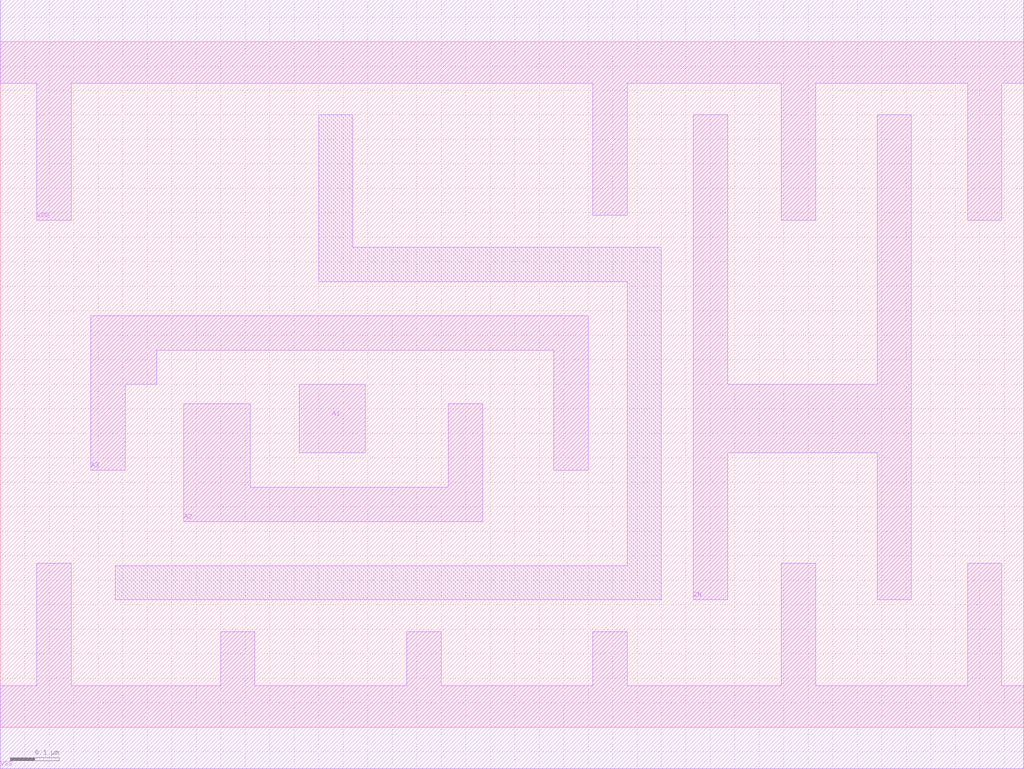
<source format=lef>
# 
# ******************************************************************************
# *                                                                            *
# *                   Copyright (C) 2004-2010, Nangate Inc.                    *
# *                           All rights reserved.                             *
# *                                                                            *
# * Nangate and the Nangate logo are trademarks of Nangate Inc.                *
# *                                                                            *
# * All trademarks, logos, software marks, and trade names (collectively the   *
# * "Marks") in this program are proprietary to Nangate or other respective    *
# * owners that have granted Nangate the right and license to use such Marks.  *
# * You are not permitted to use the Marks without the prior written consent   *
# * of Nangate or such third party that may own the Marks.                     *
# *                                                                            *
# * This file has been provided pursuant to a License Agreement containing     *
# * restrictions on its use. This file contains valuable trade secrets and     *
# * proprietary information of Nangate Inc., and is protected by U.S. and      *
# * international laws and/or treaties.                                        *
# *                                                                            *
# * The copyright notice(s) in this file does not indicate actual or intended  *
# * publication of this file.                                                  *
# *                                                                            *
# *     NGLibraryCreator, v2010.08-HR32-SP3-2010-08-05 - build 1009061800      *
# *                                                                            *
# ******************************************************************************
# 
# 
# Running on brazil06.nangate.com.br for user Giancarlo Franciscatto (gfr).
# Local time is now Fri, 3 Dec 2010, 19:32:18.
# Main process id is 27821.

VERSION 5.6 ;
BUSBITCHARS "[]" ;
DIVIDERCHAR "/" ;

MACRO OR3_X4
  CLASS core ;
  FOREIGN OR3_X4 0.0 0.0 ;
  ORIGIN 0 0 ;
  SYMMETRY X Y ;
  SITE FreePDK45_38x28_10R_NP_162NW_34O ;
  SIZE 2.09 BY 1.4 ;
  PIN A1
    DIRECTION INPUT ;
    ANTENNAPARTIALMETALAREA 0.0189 LAYER metal1 ;
    ANTENNAPARTIALMETALSIDEAREA 0.0715 LAYER metal1 ;
    ANTENNAGATEAREA 0.1045 ;
    PORT
      LAYER metal1 ;
        POLYGON 0.61 0.56 0.745 0.56 0.745 0.7 0.61 0.7  ;
    END
  END A1
  PIN A2
    DIRECTION INPUT ;
    ANTENNAPARTIALMETALAREA 0.07755 LAYER metal1 ;
    ANTENNAPARTIALMETALSIDEAREA 0.2652 LAYER metal1 ;
    ANTENNAGATEAREA 0.1045 ;
    PORT
      LAYER metal1 ;
        POLYGON 0.375 0.42 0.985 0.42 0.985 0.66 0.915 0.66 0.915 0.49 0.51 0.49 0.51 0.66 0.375 0.66  ;
    END
  END A2
  PIN A3
    DIRECTION INPUT ;
    ANTENNAPARTIALMETALAREA 0.1099 LAYER metal1 ;
    ANTENNAPARTIALMETALSIDEAREA 0.4095 LAYER metal1 ;
    ANTENNAGATEAREA 0.1045 ;
    PORT
      LAYER metal1 ;
        POLYGON 0.185 0.525 0.255 0.525 0.255 0.7 0.32 0.7 0.32 0.77 1.13 0.77 1.13 0.525 1.2 0.525 1.2 0.84 0.185 0.84  ;
    END
  END A3
  PIN ZN
    DIRECTION OUTPUT ;
    ANTENNAPARTIALMETALAREA 0.1813 LAYER metal1 ;
    ANTENNAPARTIALMETALSIDEAREA 0.5941 LAYER metal1 ;
    ANTENNADIFFAREA 0.297825 ;
    PORT
      LAYER metal1 ;
        POLYGON 1.415 0.26 1.485 0.26 1.485 0.56 1.79 0.56 1.79 0.26 1.86 0.26 1.86 1.25 1.79 1.25 1.79 0.7 1.485 0.7 1.485 1.25 1.415 1.25  ;
    END
  END ZN
  PIN VDD
    DIRECTION INOUT ;
    USE power ;
    SHAPE ABUTMENT ;
    PORT
      LAYER metal1 ;
        POLYGON 0 1.315 0.075 1.315 0.075 1.035 0.145 1.035 0.145 1.315 1.21 1.315 1.21 1.045 1.28 1.045 1.28 1.315 1.35 1.315 1.595 1.315 1.595 1.035 1.665 1.035 1.665 1.315 1.975 1.315 1.975 1.035 2.045 1.035 2.045 1.315 2.09 1.315 2.09 1.485 1.35 1.485 0 1.485  ;
    END
  END VDD
  PIN VSS
    DIRECTION INOUT ;
    USE ground ;
    SHAPE ABUTMENT ;
    PORT
      LAYER metal1 ;
        POLYGON 0 -0.085 2.09 -0.085 2.09 0.085 2.045 0.085 2.045 0.335 1.975 0.335 1.975 0.085 1.665 0.085 1.665 0.335 1.595 0.335 1.595 0.085 1.28 0.085 1.28 0.195 1.21 0.195 1.21 0.085 0.9 0.085 0.9 0.195 0.83 0.195 0.83 0.085 0.52 0.085 0.52 0.195 0.45 0.195 0.45 0.085 0.145 0.085 0.145 0.335 0.075 0.335 0.075 0.085 0 0.085  ;
    END
  END VSS
  OBS
      LAYER metal1 ;
        POLYGON 0.65 0.91 1.28 0.91 1.28 0.33 0.235 0.33 0.235 0.26 1.35 0.26 1.35 0.98 0.72 0.98 0.72 1.25 0.65 1.25  ;
  END
END OR3_X4

END LIBRARY
#
# End of file
#

</source>
